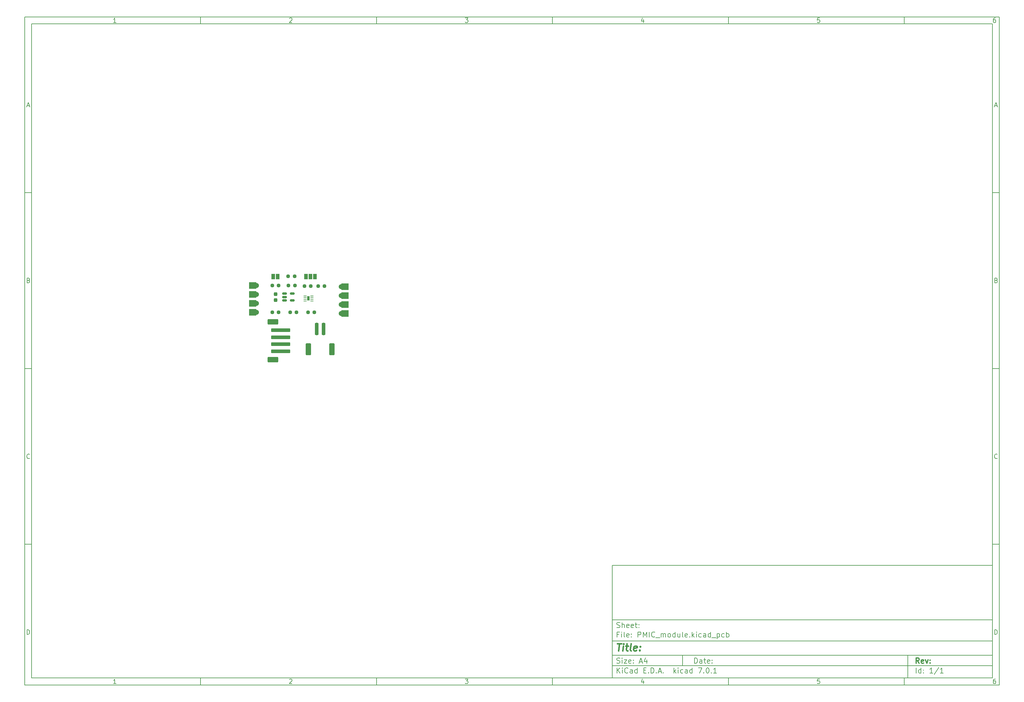
<source format=gbr>
%TF.GenerationSoftware,KiCad,Pcbnew,7.0.1*%
%TF.CreationDate,2023-09-22T10:39:05-04:00*%
%TF.ProjectId,PMIC_module,504d4943-5f6d-46f6-9475-6c652e6b6963,rev?*%
%TF.SameCoordinates,Original*%
%TF.FileFunction,Soldermask,Top*%
%TF.FilePolarity,Negative*%
%FSLAX46Y46*%
G04 Gerber Fmt 4.6, Leading zero omitted, Abs format (unit mm)*
G04 Created by KiCad (PCBNEW 7.0.1) date 2023-09-22 10:39:05*
%MOMM*%
%LPD*%
G01*
G04 APERTURE LIST*
G04 Aperture macros list*
%AMRoundRect*
0 Rectangle with rounded corners*
0 $1 Rounding radius*
0 $2 $3 $4 $5 $6 $7 $8 $9 X,Y pos of 4 corners*
0 Add a 4 corners polygon primitive as box body*
4,1,4,$2,$3,$4,$5,$6,$7,$8,$9,$2,$3,0*
0 Add four circle primitives for the rounded corners*
1,1,$1+$1,$2,$3*
1,1,$1+$1,$4,$5*
1,1,$1+$1,$6,$7*
1,1,$1+$1,$8,$9*
0 Add four rect primitives between the rounded corners*
20,1,$1+$1,$2,$3,$4,$5,0*
20,1,$1+$1,$4,$5,$6,$7,0*
20,1,$1+$1,$6,$7,$8,$9,0*
20,1,$1+$1,$8,$9,$2,$3,0*%
G04 Aperture macros list end*
%ADD10C,0.100000*%
%ADD11C,0.150000*%
%ADD12C,0.300000*%
%ADD13C,0.400000*%
%ADD14R,1.000000X1.500000*%
%ADD15RoundRect,0.237500X-0.250000X-0.237500X0.250000X-0.237500X0.250000X0.237500X-0.250000X0.237500X0*%
%ADD16RoundRect,0.250000X-0.250000X-1.500000X0.250000X-1.500000X0.250000X1.500000X-0.250000X1.500000X0*%
%ADD17RoundRect,0.250001X-0.499999X-1.449999X0.499999X-1.449999X0.499999X1.449999X-0.499999X1.449999X0*%
%ADD18RoundRect,0.237500X0.250000X0.237500X-0.250000X0.237500X-0.250000X-0.237500X0.250000X-0.237500X0*%
%ADD19RoundRect,0.250000X2.500000X-0.250000X2.500000X0.250000X-2.500000X0.250000X-2.500000X-0.250000X0*%
%ADD20RoundRect,0.250000X1.250000X-0.550000X1.250000X0.550000X-1.250000X0.550000X-1.250000X-0.550000X0*%
%ADD21C,1.524000*%
%ADD22RoundRect,0.040000X-1.000000X-0.850000X1.000000X-0.850000X1.000000X0.850000X-1.000000X0.850000X0*%
%ADD23RoundRect,0.062500X-0.325000X-0.062500X0.325000X-0.062500X0.325000X0.062500X-0.325000X0.062500X0*%
%ADD24R,0.800000X1.200000*%
%ADD25RoundRect,0.237500X-0.237500X0.287500X-0.237500X-0.287500X0.237500X-0.287500X0.237500X0.287500X0*%
%ADD26RoundRect,0.040000X1.000000X0.850000X-1.000000X0.850000X-1.000000X-0.850000X1.000000X-0.850000X0*%
%ADD27RoundRect,0.150000X-0.512500X-0.150000X0.512500X-0.150000X0.512500X0.150000X-0.512500X0.150000X0*%
G04 APERTURE END LIST*
D10*
D11*
X177002200Y-166007200D02*
X285002200Y-166007200D01*
X285002200Y-198007200D01*
X177002200Y-198007200D01*
X177002200Y-166007200D01*
D10*
D11*
X10000000Y-10000000D02*
X287002200Y-10000000D01*
X287002200Y-200007200D01*
X10000000Y-200007200D01*
X10000000Y-10000000D01*
D10*
D11*
X12000000Y-12000000D02*
X285002200Y-12000000D01*
X285002200Y-198007200D01*
X12000000Y-198007200D01*
X12000000Y-12000000D01*
D10*
D11*
X60000000Y-12000000D02*
X60000000Y-10000000D01*
D10*
D11*
X110000000Y-12000000D02*
X110000000Y-10000000D01*
D10*
D11*
X160000000Y-12000000D02*
X160000000Y-10000000D01*
D10*
D11*
X210000000Y-12000000D02*
X210000000Y-10000000D01*
D10*
D11*
X260000000Y-12000000D02*
X260000000Y-10000000D01*
D10*
D11*
X35990476Y-11601404D02*
X35247619Y-11601404D01*
X35619047Y-11601404D02*
X35619047Y-10301404D01*
X35619047Y-10301404D02*
X35495238Y-10487119D01*
X35495238Y-10487119D02*
X35371428Y-10610928D01*
X35371428Y-10610928D02*
X35247619Y-10672833D01*
D10*
D11*
X85247619Y-10425214D02*
X85309523Y-10363309D01*
X85309523Y-10363309D02*
X85433333Y-10301404D01*
X85433333Y-10301404D02*
X85742857Y-10301404D01*
X85742857Y-10301404D02*
X85866666Y-10363309D01*
X85866666Y-10363309D02*
X85928571Y-10425214D01*
X85928571Y-10425214D02*
X85990476Y-10549023D01*
X85990476Y-10549023D02*
X85990476Y-10672833D01*
X85990476Y-10672833D02*
X85928571Y-10858547D01*
X85928571Y-10858547D02*
X85185714Y-11601404D01*
X85185714Y-11601404D02*
X85990476Y-11601404D01*
D10*
D11*
X135185714Y-10301404D02*
X135990476Y-10301404D01*
X135990476Y-10301404D02*
X135557142Y-10796642D01*
X135557142Y-10796642D02*
X135742857Y-10796642D01*
X135742857Y-10796642D02*
X135866666Y-10858547D01*
X135866666Y-10858547D02*
X135928571Y-10920452D01*
X135928571Y-10920452D02*
X135990476Y-11044261D01*
X135990476Y-11044261D02*
X135990476Y-11353785D01*
X135990476Y-11353785D02*
X135928571Y-11477595D01*
X135928571Y-11477595D02*
X135866666Y-11539500D01*
X135866666Y-11539500D02*
X135742857Y-11601404D01*
X135742857Y-11601404D02*
X135371428Y-11601404D01*
X135371428Y-11601404D02*
X135247619Y-11539500D01*
X135247619Y-11539500D02*
X135185714Y-11477595D01*
D10*
D11*
X185866666Y-10734738D02*
X185866666Y-11601404D01*
X185557142Y-10239500D02*
X185247619Y-11168071D01*
X185247619Y-11168071D02*
X186052380Y-11168071D01*
D10*
D11*
X235928571Y-10301404D02*
X235309523Y-10301404D01*
X235309523Y-10301404D02*
X235247619Y-10920452D01*
X235247619Y-10920452D02*
X235309523Y-10858547D01*
X235309523Y-10858547D02*
X235433333Y-10796642D01*
X235433333Y-10796642D02*
X235742857Y-10796642D01*
X235742857Y-10796642D02*
X235866666Y-10858547D01*
X235866666Y-10858547D02*
X235928571Y-10920452D01*
X235928571Y-10920452D02*
X235990476Y-11044261D01*
X235990476Y-11044261D02*
X235990476Y-11353785D01*
X235990476Y-11353785D02*
X235928571Y-11477595D01*
X235928571Y-11477595D02*
X235866666Y-11539500D01*
X235866666Y-11539500D02*
X235742857Y-11601404D01*
X235742857Y-11601404D02*
X235433333Y-11601404D01*
X235433333Y-11601404D02*
X235309523Y-11539500D01*
X235309523Y-11539500D02*
X235247619Y-11477595D01*
D10*
D11*
X285866666Y-10301404D02*
X285619047Y-10301404D01*
X285619047Y-10301404D02*
X285495238Y-10363309D01*
X285495238Y-10363309D02*
X285433333Y-10425214D01*
X285433333Y-10425214D02*
X285309523Y-10610928D01*
X285309523Y-10610928D02*
X285247619Y-10858547D01*
X285247619Y-10858547D02*
X285247619Y-11353785D01*
X285247619Y-11353785D02*
X285309523Y-11477595D01*
X285309523Y-11477595D02*
X285371428Y-11539500D01*
X285371428Y-11539500D02*
X285495238Y-11601404D01*
X285495238Y-11601404D02*
X285742857Y-11601404D01*
X285742857Y-11601404D02*
X285866666Y-11539500D01*
X285866666Y-11539500D02*
X285928571Y-11477595D01*
X285928571Y-11477595D02*
X285990476Y-11353785D01*
X285990476Y-11353785D02*
X285990476Y-11044261D01*
X285990476Y-11044261D02*
X285928571Y-10920452D01*
X285928571Y-10920452D02*
X285866666Y-10858547D01*
X285866666Y-10858547D02*
X285742857Y-10796642D01*
X285742857Y-10796642D02*
X285495238Y-10796642D01*
X285495238Y-10796642D02*
X285371428Y-10858547D01*
X285371428Y-10858547D02*
X285309523Y-10920452D01*
X285309523Y-10920452D02*
X285247619Y-11044261D01*
D10*
D11*
X60000000Y-198007200D02*
X60000000Y-200007200D01*
D10*
D11*
X110000000Y-198007200D02*
X110000000Y-200007200D01*
D10*
D11*
X160000000Y-198007200D02*
X160000000Y-200007200D01*
D10*
D11*
X210000000Y-198007200D02*
X210000000Y-200007200D01*
D10*
D11*
X260000000Y-198007200D02*
X260000000Y-200007200D01*
D10*
D11*
X35990476Y-199608604D02*
X35247619Y-199608604D01*
X35619047Y-199608604D02*
X35619047Y-198308604D01*
X35619047Y-198308604D02*
X35495238Y-198494319D01*
X35495238Y-198494319D02*
X35371428Y-198618128D01*
X35371428Y-198618128D02*
X35247619Y-198680033D01*
D10*
D11*
X85247619Y-198432414D02*
X85309523Y-198370509D01*
X85309523Y-198370509D02*
X85433333Y-198308604D01*
X85433333Y-198308604D02*
X85742857Y-198308604D01*
X85742857Y-198308604D02*
X85866666Y-198370509D01*
X85866666Y-198370509D02*
X85928571Y-198432414D01*
X85928571Y-198432414D02*
X85990476Y-198556223D01*
X85990476Y-198556223D02*
X85990476Y-198680033D01*
X85990476Y-198680033D02*
X85928571Y-198865747D01*
X85928571Y-198865747D02*
X85185714Y-199608604D01*
X85185714Y-199608604D02*
X85990476Y-199608604D01*
D10*
D11*
X135185714Y-198308604D02*
X135990476Y-198308604D01*
X135990476Y-198308604D02*
X135557142Y-198803842D01*
X135557142Y-198803842D02*
X135742857Y-198803842D01*
X135742857Y-198803842D02*
X135866666Y-198865747D01*
X135866666Y-198865747D02*
X135928571Y-198927652D01*
X135928571Y-198927652D02*
X135990476Y-199051461D01*
X135990476Y-199051461D02*
X135990476Y-199360985D01*
X135990476Y-199360985D02*
X135928571Y-199484795D01*
X135928571Y-199484795D02*
X135866666Y-199546700D01*
X135866666Y-199546700D02*
X135742857Y-199608604D01*
X135742857Y-199608604D02*
X135371428Y-199608604D01*
X135371428Y-199608604D02*
X135247619Y-199546700D01*
X135247619Y-199546700D02*
X135185714Y-199484795D01*
D10*
D11*
X185866666Y-198741938D02*
X185866666Y-199608604D01*
X185557142Y-198246700D02*
X185247619Y-199175271D01*
X185247619Y-199175271D02*
X186052380Y-199175271D01*
D10*
D11*
X235928571Y-198308604D02*
X235309523Y-198308604D01*
X235309523Y-198308604D02*
X235247619Y-198927652D01*
X235247619Y-198927652D02*
X235309523Y-198865747D01*
X235309523Y-198865747D02*
X235433333Y-198803842D01*
X235433333Y-198803842D02*
X235742857Y-198803842D01*
X235742857Y-198803842D02*
X235866666Y-198865747D01*
X235866666Y-198865747D02*
X235928571Y-198927652D01*
X235928571Y-198927652D02*
X235990476Y-199051461D01*
X235990476Y-199051461D02*
X235990476Y-199360985D01*
X235990476Y-199360985D02*
X235928571Y-199484795D01*
X235928571Y-199484795D02*
X235866666Y-199546700D01*
X235866666Y-199546700D02*
X235742857Y-199608604D01*
X235742857Y-199608604D02*
X235433333Y-199608604D01*
X235433333Y-199608604D02*
X235309523Y-199546700D01*
X235309523Y-199546700D02*
X235247619Y-199484795D01*
D10*
D11*
X285866666Y-198308604D02*
X285619047Y-198308604D01*
X285619047Y-198308604D02*
X285495238Y-198370509D01*
X285495238Y-198370509D02*
X285433333Y-198432414D01*
X285433333Y-198432414D02*
X285309523Y-198618128D01*
X285309523Y-198618128D02*
X285247619Y-198865747D01*
X285247619Y-198865747D02*
X285247619Y-199360985D01*
X285247619Y-199360985D02*
X285309523Y-199484795D01*
X285309523Y-199484795D02*
X285371428Y-199546700D01*
X285371428Y-199546700D02*
X285495238Y-199608604D01*
X285495238Y-199608604D02*
X285742857Y-199608604D01*
X285742857Y-199608604D02*
X285866666Y-199546700D01*
X285866666Y-199546700D02*
X285928571Y-199484795D01*
X285928571Y-199484795D02*
X285990476Y-199360985D01*
X285990476Y-199360985D02*
X285990476Y-199051461D01*
X285990476Y-199051461D02*
X285928571Y-198927652D01*
X285928571Y-198927652D02*
X285866666Y-198865747D01*
X285866666Y-198865747D02*
X285742857Y-198803842D01*
X285742857Y-198803842D02*
X285495238Y-198803842D01*
X285495238Y-198803842D02*
X285371428Y-198865747D01*
X285371428Y-198865747D02*
X285309523Y-198927652D01*
X285309523Y-198927652D02*
X285247619Y-199051461D01*
D10*
D11*
X10000000Y-60000000D02*
X12000000Y-60000000D01*
D10*
D11*
X10000000Y-110000000D02*
X12000000Y-110000000D01*
D10*
D11*
X10000000Y-160000000D02*
X12000000Y-160000000D01*
D10*
D11*
X10690476Y-35229976D02*
X11309523Y-35229976D01*
X10566666Y-35601404D02*
X10999999Y-34301404D01*
X10999999Y-34301404D02*
X11433333Y-35601404D01*
D10*
D11*
X11092857Y-84920452D02*
X11278571Y-84982357D01*
X11278571Y-84982357D02*
X11340476Y-85044261D01*
X11340476Y-85044261D02*
X11402380Y-85168071D01*
X11402380Y-85168071D02*
X11402380Y-85353785D01*
X11402380Y-85353785D02*
X11340476Y-85477595D01*
X11340476Y-85477595D02*
X11278571Y-85539500D01*
X11278571Y-85539500D02*
X11154761Y-85601404D01*
X11154761Y-85601404D02*
X10659523Y-85601404D01*
X10659523Y-85601404D02*
X10659523Y-84301404D01*
X10659523Y-84301404D02*
X11092857Y-84301404D01*
X11092857Y-84301404D02*
X11216666Y-84363309D01*
X11216666Y-84363309D02*
X11278571Y-84425214D01*
X11278571Y-84425214D02*
X11340476Y-84549023D01*
X11340476Y-84549023D02*
X11340476Y-84672833D01*
X11340476Y-84672833D02*
X11278571Y-84796642D01*
X11278571Y-84796642D02*
X11216666Y-84858547D01*
X11216666Y-84858547D02*
X11092857Y-84920452D01*
X11092857Y-84920452D02*
X10659523Y-84920452D01*
D10*
D11*
X11402380Y-135477595D02*
X11340476Y-135539500D01*
X11340476Y-135539500D02*
X11154761Y-135601404D01*
X11154761Y-135601404D02*
X11030952Y-135601404D01*
X11030952Y-135601404D02*
X10845238Y-135539500D01*
X10845238Y-135539500D02*
X10721428Y-135415690D01*
X10721428Y-135415690D02*
X10659523Y-135291880D01*
X10659523Y-135291880D02*
X10597619Y-135044261D01*
X10597619Y-135044261D02*
X10597619Y-134858547D01*
X10597619Y-134858547D02*
X10659523Y-134610928D01*
X10659523Y-134610928D02*
X10721428Y-134487119D01*
X10721428Y-134487119D02*
X10845238Y-134363309D01*
X10845238Y-134363309D02*
X11030952Y-134301404D01*
X11030952Y-134301404D02*
X11154761Y-134301404D01*
X11154761Y-134301404D02*
X11340476Y-134363309D01*
X11340476Y-134363309D02*
X11402380Y-134425214D01*
D10*
D11*
X10659523Y-185601404D02*
X10659523Y-184301404D01*
X10659523Y-184301404D02*
X10969047Y-184301404D01*
X10969047Y-184301404D02*
X11154761Y-184363309D01*
X11154761Y-184363309D02*
X11278571Y-184487119D01*
X11278571Y-184487119D02*
X11340476Y-184610928D01*
X11340476Y-184610928D02*
X11402380Y-184858547D01*
X11402380Y-184858547D02*
X11402380Y-185044261D01*
X11402380Y-185044261D02*
X11340476Y-185291880D01*
X11340476Y-185291880D02*
X11278571Y-185415690D01*
X11278571Y-185415690D02*
X11154761Y-185539500D01*
X11154761Y-185539500D02*
X10969047Y-185601404D01*
X10969047Y-185601404D02*
X10659523Y-185601404D01*
D10*
D11*
X287002200Y-60000000D02*
X285002200Y-60000000D01*
D10*
D11*
X287002200Y-110000000D02*
X285002200Y-110000000D01*
D10*
D11*
X287002200Y-160000000D02*
X285002200Y-160000000D01*
D10*
D11*
X285692676Y-35229976D02*
X286311723Y-35229976D01*
X285568866Y-35601404D02*
X286002199Y-34301404D01*
X286002199Y-34301404D02*
X286435533Y-35601404D01*
D10*
D11*
X286095057Y-84920452D02*
X286280771Y-84982357D01*
X286280771Y-84982357D02*
X286342676Y-85044261D01*
X286342676Y-85044261D02*
X286404580Y-85168071D01*
X286404580Y-85168071D02*
X286404580Y-85353785D01*
X286404580Y-85353785D02*
X286342676Y-85477595D01*
X286342676Y-85477595D02*
X286280771Y-85539500D01*
X286280771Y-85539500D02*
X286156961Y-85601404D01*
X286156961Y-85601404D02*
X285661723Y-85601404D01*
X285661723Y-85601404D02*
X285661723Y-84301404D01*
X285661723Y-84301404D02*
X286095057Y-84301404D01*
X286095057Y-84301404D02*
X286218866Y-84363309D01*
X286218866Y-84363309D02*
X286280771Y-84425214D01*
X286280771Y-84425214D02*
X286342676Y-84549023D01*
X286342676Y-84549023D02*
X286342676Y-84672833D01*
X286342676Y-84672833D02*
X286280771Y-84796642D01*
X286280771Y-84796642D02*
X286218866Y-84858547D01*
X286218866Y-84858547D02*
X286095057Y-84920452D01*
X286095057Y-84920452D02*
X285661723Y-84920452D01*
D10*
D11*
X286404580Y-135477595D02*
X286342676Y-135539500D01*
X286342676Y-135539500D02*
X286156961Y-135601404D01*
X286156961Y-135601404D02*
X286033152Y-135601404D01*
X286033152Y-135601404D02*
X285847438Y-135539500D01*
X285847438Y-135539500D02*
X285723628Y-135415690D01*
X285723628Y-135415690D02*
X285661723Y-135291880D01*
X285661723Y-135291880D02*
X285599819Y-135044261D01*
X285599819Y-135044261D02*
X285599819Y-134858547D01*
X285599819Y-134858547D02*
X285661723Y-134610928D01*
X285661723Y-134610928D02*
X285723628Y-134487119D01*
X285723628Y-134487119D02*
X285847438Y-134363309D01*
X285847438Y-134363309D02*
X286033152Y-134301404D01*
X286033152Y-134301404D02*
X286156961Y-134301404D01*
X286156961Y-134301404D02*
X286342676Y-134363309D01*
X286342676Y-134363309D02*
X286404580Y-134425214D01*
D10*
D11*
X285661723Y-185601404D02*
X285661723Y-184301404D01*
X285661723Y-184301404D02*
X285971247Y-184301404D01*
X285971247Y-184301404D02*
X286156961Y-184363309D01*
X286156961Y-184363309D02*
X286280771Y-184487119D01*
X286280771Y-184487119D02*
X286342676Y-184610928D01*
X286342676Y-184610928D02*
X286404580Y-184858547D01*
X286404580Y-184858547D02*
X286404580Y-185044261D01*
X286404580Y-185044261D02*
X286342676Y-185291880D01*
X286342676Y-185291880D02*
X286280771Y-185415690D01*
X286280771Y-185415690D02*
X286156961Y-185539500D01*
X286156961Y-185539500D02*
X285971247Y-185601404D01*
X285971247Y-185601404D02*
X285661723Y-185601404D01*
D10*
D11*
X200359342Y-193801128D02*
X200359342Y-192301128D01*
X200359342Y-192301128D02*
X200716485Y-192301128D01*
X200716485Y-192301128D02*
X200930771Y-192372557D01*
X200930771Y-192372557D02*
X201073628Y-192515414D01*
X201073628Y-192515414D02*
X201145057Y-192658271D01*
X201145057Y-192658271D02*
X201216485Y-192943985D01*
X201216485Y-192943985D02*
X201216485Y-193158271D01*
X201216485Y-193158271D02*
X201145057Y-193443985D01*
X201145057Y-193443985D02*
X201073628Y-193586842D01*
X201073628Y-193586842D02*
X200930771Y-193729700D01*
X200930771Y-193729700D02*
X200716485Y-193801128D01*
X200716485Y-193801128D02*
X200359342Y-193801128D01*
X202502200Y-193801128D02*
X202502200Y-193015414D01*
X202502200Y-193015414D02*
X202430771Y-192872557D01*
X202430771Y-192872557D02*
X202287914Y-192801128D01*
X202287914Y-192801128D02*
X202002200Y-192801128D01*
X202002200Y-192801128D02*
X201859342Y-192872557D01*
X202502200Y-193729700D02*
X202359342Y-193801128D01*
X202359342Y-193801128D02*
X202002200Y-193801128D01*
X202002200Y-193801128D02*
X201859342Y-193729700D01*
X201859342Y-193729700D02*
X201787914Y-193586842D01*
X201787914Y-193586842D02*
X201787914Y-193443985D01*
X201787914Y-193443985D02*
X201859342Y-193301128D01*
X201859342Y-193301128D02*
X202002200Y-193229700D01*
X202002200Y-193229700D02*
X202359342Y-193229700D01*
X202359342Y-193229700D02*
X202502200Y-193158271D01*
X203002200Y-192801128D02*
X203573628Y-192801128D01*
X203216485Y-192301128D02*
X203216485Y-193586842D01*
X203216485Y-193586842D02*
X203287914Y-193729700D01*
X203287914Y-193729700D02*
X203430771Y-193801128D01*
X203430771Y-193801128D02*
X203573628Y-193801128D01*
X204645057Y-193729700D02*
X204502200Y-193801128D01*
X204502200Y-193801128D02*
X204216486Y-193801128D01*
X204216486Y-193801128D02*
X204073628Y-193729700D01*
X204073628Y-193729700D02*
X204002200Y-193586842D01*
X204002200Y-193586842D02*
X204002200Y-193015414D01*
X204002200Y-193015414D02*
X204073628Y-192872557D01*
X204073628Y-192872557D02*
X204216486Y-192801128D01*
X204216486Y-192801128D02*
X204502200Y-192801128D01*
X204502200Y-192801128D02*
X204645057Y-192872557D01*
X204645057Y-192872557D02*
X204716486Y-193015414D01*
X204716486Y-193015414D02*
X204716486Y-193158271D01*
X204716486Y-193158271D02*
X204002200Y-193301128D01*
X205359342Y-193658271D02*
X205430771Y-193729700D01*
X205430771Y-193729700D02*
X205359342Y-193801128D01*
X205359342Y-193801128D02*
X205287914Y-193729700D01*
X205287914Y-193729700D02*
X205359342Y-193658271D01*
X205359342Y-193658271D02*
X205359342Y-193801128D01*
X205359342Y-192872557D02*
X205430771Y-192943985D01*
X205430771Y-192943985D02*
X205359342Y-193015414D01*
X205359342Y-193015414D02*
X205287914Y-192943985D01*
X205287914Y-192943985D02*
X205359342Y-192872557D01*
X205359342Y-192872557D02*
X205359342Y-193015414D01*
D10*
D11*
X177002200Y-194507200D02*
X285002200Y-194507200D01*
D10*
D11*
X178359342Y-196601128D02*
X178359342Y-195101128D01*
X179216485Y-196601128D02*
X178573628Y-195743985D01*
X179216485Y-195101128D02*
X178359342Y-195958271D01*
X179859342Y-196601128D02*
X179859342Y-195601128D01*
X179859342Y-195101128D02*
X179787914Y-195172557D01*
X179787914Y-195172557D02*
X179859342Y-195243985D01*
X179859342Y-195243985D02*
X179930771Y-195172557D01*
X179930771Y-195172557D02*
X179859342Y-195101128D01*
X179859342Y-195101128D02*
X179859342Y-195243985D01*
X181430771Y-196458271D02*
X181359343Y-196529700D01*
X181359343Y-196529700D02*
X181145057Y-196601128D01*
X181145057Y-196601128D02*
X181002200Y-196601128D01*
X181002200Y-196601128D02*
X180787914Y-196529700D01*
X180787914Y-196529700D02*
X180645057Y-196386842D01*
X180645057Y-196386842D02*
X180573628Y-196243985D01*
X180573628Y-196243985D02*
X180502200Y-195958271D01*
X180502200Y-195958271D02*
X180502200Y-195743985D01*
X180502200Y-195743985D02*
X180573628Y-195458271D01*
X180573628Y-195458271D02*
X180645057Y-195315414D01*
X180645057Y-195315414D02*
X180787914Y-195172557D01*
X180787914Y-195172557D02*
X181002200Y-195101128D01*
X181002200Y-195101128D02*
X181145057Y-195101128D01*
X181145057Y-195101128D02*
X181359343Y-195172557D01*
X181359343Y-195172557D02*
X181430771Y-195243985D01*
X182716486Y-196601128D02*
X182716486Y-195815414D01*
X182716486Y-195815414D02*
X182645057Y-195672557D01*
X182645057Y-195672557D02*
X182502200Y-195601128D01*
X182502200Y-195601128D02*
X182216486Y-195601128D01*
X182216486Y-195601128D02*
X182073628Y-195672557D01*
X182716486Y-196529700D02*
X182573628Y-196601128D01*
X182573628Y-196601128D02*
X182216486Y-196601128D01*
X182216486Y-196601128D02*
X182073628Y-196529700D01*
X182073628Y-196529700D02*
X182002200Y-196386842D01*
X182002200Y-196386842D02*
X182002200Y-196243985D01*
X182002200Y-196243985D02*
X182073628Y-196101128D01*
X182073628Y-196101128D02*
X182216486Y-196029700D01*
X182216486Y-196029700D02*
X182573628Y-196029700D01*
X182573628Y-196029700D02*
X182716486Y-195958271D01*
X184073629Y-196601128D02*
X184073629Y-195101128D01*
X184073629Y-196529700D02*
X183930771Y-196601128D01*
X183930771Y-196601128D02*
X183645057Y-196601128D01*
X183645057Y-196601128D02*
X183502200Y-196529700D01*
X183502200Y-196529700D02*
X183430771Y-196458271D01*
X183430771Y-196458271D02*
X183359343Y-196315414D01*
X183359343Y-196315414D02*
X183359343Y-195886842D01*
X183359343Y-195886842D02*
X183430771Y-195743985D01*
X183430771Y-195743985D02*
X183502200Y-195672557D01*
X183502200Y-195672557D02*
X183645057Y-195601128D01*
X183645057Y-195601128D02*
X183930771Y-195601128D01*
X183930771Y-195601128D02*
X184073629Y-195672557D01*
X185930771Y-195815414D02*
X186430771Y-195815414D01*
X186645057Y-196601128D02*
X185930771Y-196601128D01*
X185930771Y-196601128D02*
X185930771Y-195101128D01*
X185930771Y-195101128D02*
X186645057Y-195101128D01*
X187287914Y-196458271D02*
X187359343Y-196529700D01*
X187359343Y-196529700D02*
X187287914Y-196601128D01*
X187287914Y-196601128D02*
X187216486Y-196529700D01*
X187216486Y-196529700D02*
X187287914Y-196458271D01*
X187287914Y-196458271D02*
X187287914Y-196601128D01*
X188002200Y-196601128D02*
X188002200Y-195101128D01*
X188002200Y-195101128D02*
X188359343Y-195101128D01*
X188359343Y-195101128D02*
X188573629Y-195172557D01*
X188573629Y-195172557D02*
X188716486Y-195315414D01*
X188716486Y-195315414D02*
X188787915Y-195458271D01*
X188787915Y-195458271D02*
X188859343Y-195743985D01*
X188859343Y-195743985D02*
X188859343Y-195958271D01*
X188859343Y-195958271D02*
X188787915Y-196243985D01*
X188787915Y-196243985D02*
X188716486Y-196386842D01*
X188716486Y-196386842D02*
X188573629Y-196529700D01*
X188573629Y-196529700D02*
X188359343Y-196601128D01*
X188359343Y-196601128D02*
X188002200Y-196601128D01*
X189502200Y-196458271D02*
X189573629Y-196529700D01*
X189573629Y-196529700D02*
X189502200Y-196601128D01*
X189502200Y-196601128D02*
X189430772Y-196529700D01*
X189430772Y-196529700D02*
X189502200Y-196458271D01*
X189502200Y-196458271D02*
X189502200Y-196601128D01*
X190145058Y-196172557D02*
X190859344Y-196172557D01*
X190002201Y-196601128D02*
X190502201Y-195101128D01*
X190502201Y-195101128D02*
X191002201Y-196601128D01*
X191502200Y-196458271D02*
X191573629Y-196529700D01*
X191573629Y-196529700D02*
X191502200Y-196601128D01*
X191502200Y-196601128D02*
X191430772Y-196529700D01*
X191430772Y-196529700D02*
X191502200Y-196458271D01*
X191502200Y-196458271D02*
X191502200Y-196601128D01*
X194502200Y-196601128D02*
X194502200Y-195101128D01*
X194645058Y-196029700D02*
X195073629Y-196601128D01*
X195073629Y-195601128D02*
X194502200Y-196172557D01*
X195716486Y-196601128D02*
X195716486Y-195601128D01*
X195716486Y-195101128D02*
X195645058Y-195172557D01*
X195645058Y-195172557D02*
X195716486Y-195243985D01*
X195716486Y-195243985D02*
X195787915Y-195172557D01*
X195787915Y-195172557D02*
X195716486Y-195101128D01*
X195716486Y-195101128D02*
X195716486Y-195243985D01*
X197073630Y-196529700D02*
X196930772Y-196601128D01*
X196930772Y-196601128D02*
X196645058Y-196601128D01*
X196645058Y-196601128D02*
X196502201Y-196529700D01*
X196502201Y-196529700D02*
X196430772Y-196458271D01*
X196430772Y-196458271D02*
X196359344Y-196315414D01*
X196359344Y-196315414D02*
X196359344Y-195886842D01*
X196359344Y-195886842D02*
X196430772Y-195743985D01*
X196430772Y-195743985D02*
X196502201Y-195672557D01*
X196502201Y-195672557D02*
X196645058Y-195601128D01*
X196645058Y-195601128D02*
X196930772Y-195601128D01*
X196930772Y-195601128D02*
X197073630Y-195672557D01*
X198359344Y-196601128D02*
X198359344Y-195815414D01*
X198359344Y-195815414D02*
X198287915Y-195672557D01*
X198287915Y-195672557D02*
X198145058Y-195601128D01*
X198145058Y-195601128D02*
X197859344Y-195601128D01*
X197859344Y-195601128D02*
X197716486Y-195672557D01*
X198359344Y-196529700D02*
X198216486Y-196601128D01*
X198216486Y-196601128D02*
X197859344Y-196601128D01*
X197859344Y-196601128D02*
X197716486Y-196529700D01*
X197716486Y-196529700D02*
X197645058Y-196386842D01*
X197645058Y-196386842D02*
X197645058Y-196243985D01*
X197645058Y-196243985D02*
X197716486Y-196101128D01*
X197716486Y-196101128D02*
X197859344Y-196029700D01*
X197859344Y-196029700D02*
X198216486Y-196029700D01*
X198216486Y-196029700D02*
X198359344Y-195958271D01*
X199716487Y-196601128D02*
X199716487Y-195101128D01*
X199716487Y-196529700D02*
X199573629Y-196601128D01*
X199573629Y-196601128D02*
X199287915Y-196601128D01*
X199287915Y-196601128D02*
X199145058Y-196529700D01*
X199145058Y-196529700D02*
X199073629Y-196458271D01*
X199073629Y-196458271D02*
X199002201Y-196315414D01*
X199002201Y-196315414D02*
X199002201Y-195886842D01*
X199002201Y-195886842D02*
X199073629Y-195743985D01*
X199073629Y-195743985D02*
X199145058Y-195672557D01*
X199145058Y-195672557D02*
X199287915Y-195601128D01*
X199287915Y-195601128D02*
X199573629Y-195601128D01*
X199573629Y-195601128D02*
X199716487Y-195672557D01*
X201430772Y-195101128D02*
X202430772Y-195101128D01*
X202430772Y-195101128D02*
X201787915Y-196601128D01*
X203002200Y-196458271D02*
X203073629Y-196529700D01*
X203073629Y-196529700D02*
X203002200Y-196601128D01*
X203002200Y-196601128D02*
X202930772Y-196529700D01*
X202930772Y-196529700D02*
X203002200Y-196458271D01*
X203002200Y-196458271D02*
X203002200Y-196601128D01*
X204002201Y-195101128D02*
X204145058Y-195101128D01*
X204145058Y-195101128D02*
X204287915Y-195172557D01*
X204287915Y-195172557D02*
X204359344Y-195243985D01*
X204359344Y-195243985D02*
X204430772Y-195386842D01*
X204430772Y-195386842D02*
X204502201Y-195672557D01*
X204502201Y-195672557D02*
X204502201Y-196029700D01*
X204502201Y-196029700D02*
X204430772Y-196315414D01*
X204430772Y-196315414D02*
X204359344Y-196458271D01*
X204359344Y-196458271D02*
X204287915Y-196529700D01*
X204287915Y-196529700D02*
X204145058Y-196601128D01*
X204145058Y-196601128D02*
X204002201Y-196601128D01*
X204002201Y-196601128D02*
X203859344Y-196529700D01*
X203859344Y-196529700D02*
X203787915Y-196458271D01*
X203787915Y-196458271D02*
X203716486Y-196315414D01*
X203716486Y-196315414D02*
X203645058Y-196029700D01*
X203645058Y-196029700D02*
X203645058Y-195672557D01*
X203645058Y-195672557D02*
X203716486Y-195386842D01*
X203716486Y-195386842D02*
X203787915Y-195243985D01*
X203787915Y-195243985D02*
X203859344Y-195172557D01*
X203859344Y-195172557D02*
X204002201Y-195101128D01*
X205145057Y-196458271D02*
X205216486Y-196529700D01*
X205216486Y-196529700D02*
X205145057Y-196601128D01*
X205145057Y-196601128D02*
X205073629Y-196529700D01*
X205073629Y-196529700D02*
X205145057Y-196458271D01*
X205145057Y-196458271D02*
X205145057Y-196601128D01*
X206645058Y-196601128D02*
X205787915Y-196601128D01*
X206216486Y-196601128D02*
X206216486Y-195101128D01*
X206216486Y-195101128D02*
X206073629Y-195315414D01*
X206073629Y-195315414D02*
X205930772Y-195458271D01*
X205930772Y-195458271D02*
X205787915Y-195529700D01*
D10*
D11*
X177002200Y-191507200D02*
X285002200Y-191507200D01*
D10*
D12*
X264216485Y-193801128D02*
X263716485Y-193086842D01*
X263359342Y-193801128D02*
X263359342Y-192301128D01*
X263359342Y-192301128D02*
X263930771Y-192301128D01*
X263930771Y-192301128D02*
X264073628Y-192372557D01*
X264073628Y-192372557D02*
X264145057Y-192443985D01*
X264145057Y-192443985D02*
X264216485Y-192586842D01*
X264216485Y-192586842D02*
X264216485Y-192801128D01*
X264216485Y-192801128D02*
X264145057Y-192943985D01*
X264145057Y-192943985D02*
X264073628Y-193015414D01*
X264073628Y-193015414D02*
X263930771Y-193086842D01*
X263930771Y-193086842D02*
X263359342Y-193086842D01*
X265430771Y-193729700D02*
X265287914Y-193801128D01*
X265287914Y-193801128D02*
X265002200Y-193801128D01*
X265002200Y-193801128D02*
X264859342Y-193729700D01*
X264859342Y-193729700D02*
X264787914Y-193586842D01*
X264787914Y-193586842D02*
X264787914Y-193015414D01*
X264787914Y-193015414D02*
X264859342Y-192872557D01*
X264859342Y-192872557D02*
X265002200Y-192801128D01*
X265002200Y-192801128D02*
X265287914Y-192801128D01*
X265287914Y-192801128D02*
X265430771Y-192872557D01*
X265430771Y-192872557D02*
X265502200Y-193015414D01*
X265502200Y-193015414D02*
X265502200Y-193158271D01*
X265502200Y-193158271D02*
X264787914Y-193301128D01*
X266002199Y-192801128D02*
X266359342Y-193801128D01*
X266359342Y-193801128D02*
X266716485Y-192801128D01*
X267287913Y-193658271D02*
X267359342Y-193729700D01*
X267359342Y-193729700D02*
X267287913Y-193801128D01*
X267287913Y-193801128D02*
X267216485Y-193729700D01*
X267216485Y-193729700D02*
X267287913Y-193658271D01*
X267287913Y-193658271D02*
X267287913Y-193801128D01*
X267287913Y-192872557D02*
X267359342Y-192943985D01*
X267359342Y-192943985D02*
X267287913Y-193015414D01*
X267287913Y-193015414D02*
X267216485Y-192943985D01*
X267216485Y-192943985D02*
X267287913Y-192872557D01*
X267287913Y-192872557D02*
X267287913Y-193015414D01*
D10*
D11*
X178287914Y-193729700D02*
X178502200Y-193801128D01*
X178502200Y-193801128D02*
X178859342Y-193801128D01*
X178859342Y-193801128D02*
X179002200Y-193729700D01*
X179002200Y-193729700D02*
X179073628Y-193658271D01*
X179073628Y-193658271D02*
X179145057Y-193515414D01*
X179145057Y-193515414D02*
X179145057Y-193372557D01*
X179145057Y-193372557D02*
X179073628Y-193229700D01*
X179073628Y-193229700D02*
X179002200Y-193158271D01*
X179002200Y-193158271D02*
X178859342Y-193086842D01*
X178859342Y-193086842D02*
X178573628Y-193015414D01*
X178573628Y-193015414D02*
X178430771Y-192943985D01*
X178430771Y-192943985D02*
X178359342Y-192872557D01*
X178359342Y-192872557D02*
X178287914Y-192729700D01*
X178287914Y-192729700D02*
X178287914Y-192586842D01*
X178287914Y-192586842D02*
X178359342Y-192443985D01*
X178359342Y-192443985D02*
X178430771Y-192372557D01*
X178430771Y-192372557D02*
X178573628Y-192301128D01*
X178573628Y-192301128D02*
X178930771Y-192301128D01*
X178930771Y-192301128D02*
X179145057Y-192372557D01*
X179787913Y-193801128D02*
X179787913Y-192801128D01*
X179787913Y-192301128D02*
X179716485Y-192372557D01*
X179716485Y-192372557D02*
X179787913Y-192443985D01*
X179787913Y-192443985D02*
X179859342Y-192372557D01*
X179859342Y-192372557D02*
X179787913Y-192301128D01*
X179787913Y-192301128D02*
X179787913Y-192443985D01*
X180359342Y-192801128D02*
X181145057Y-192801128D01*
X181145057Y-192801128D02*
X180359342Y-193801128D01*
X180359342Y-193801128D02*
X181145057Y-193801128D01*
X182287914Y-193729700D02*
X182145057Y-193801128D01*
X182145057Y-193801128D02*
X181859343Y-193801128D01*
X181859343Y-193801128D02*
X181716485Y-193729700D01*
X181716485Y-193729700D02*
X181645057Y-193586842D01*
X181645057Y-193586842D02*
X181645057Y-193015414D01*
X181645057Y-193015414D02*
X181716485Y-192872557D01*
X181716485Y-192872557D02*
X181859343Y-192801128D01*
X181859343Y-192801128D02*
X182145057Y-192801128D01*
X182145057Y-192801128D02*
X182287914Y-192872557D01*
X182287914Y-192872557D02*
X182359343Y-193015414D01*
X182359343Y-193015414D02*
X182359343Y-193158271D01*
X182359343Y-193158271D02*
X181645057Y-193301128D01*
X183002199Y-193658271D02*
X183073628Y-193729700D01*
X183073628Y-193729700D02*
X183002199Y-193801128D01*
X183002199Y-193801128D02*
X182930771Y-193729700D01*
X182930771Y-193729700D02*
X183002199Y-193658271D01*
X183002199Y-193658271D02*
X183002199Y-193801128D01*
X183002199Y-192872557D02*
X183073628Y-192943985D01*
X183073628Y-192943985D02*
X183002199Y-193015414D01*
X183002199Y-193015414D02*
X182930771Y-192943985D01*
X182930771Y-192943985D02*
X183002199Y-192872557D01*
X183002199Y-192872557D02*
X183002199Y-193015414D01*
X184787914Y-193372557D02*
X185502200Y-193372557D01*
X184645057Y-193801128D02*
X185145057Y-192301128D01*
X185145057Y-192301128D02*
X185645057Y-193801128D01*
X186787914Y-192801128D02*
X186787914Y-193801128D01*
X186430771Y-192229700D02*
X186073628Y-193301128D01*
X186073628Y-193301128D02*
X187002199Y-193301128D01*
D10*
D11*
X263359342Y-196601128D02*
X263359342Y-195101128D01*
X264716486Y-196601128D02*
X264716486Y-195101128D01*
X264716486Y-196529700D02*
X264573628Y-196601128D01*
X264573628Y-196601128D02*
X264287914Y-196601128D01*
X264287914Y-196601128D02*
X264145057Y-196529700D01*
X264145057Y-196529700D02*
X264073628Y-196458271D01*
X264073628Y-196458271D02*
X264002200Y-196315414D01*
X264002200Y-196315414D02*
X264002200Y-195886842D01*
X264002200Y-195886842D02*
X264073628Y-195743985D01*
X264073628Y-195743985D02*
X264145057Y-195672557D01*
X264145057Y-195672557D02*
X264287914Y-195601128D01*
X264287914Y-195601128D02*
X264573628Y-195601128D01*
X264573628Y-195601128D02*
X264716486Y-195672557D01*
X265430771Y-196458271D02*
X265502200Y-196529700D01*
X265502200Y-196529700D02*
X265430771Y-196601128D01*
X265430771Y-196601128D02*
X265359343Y-196529700D01*
X265359343Y-196529700D02*
X265430771Y-196458271D01*
X265430771Y-196458271D02*
X265430771Y-196601128D01*
X265430771Y-195672557D02*
X265502200Y-195743985D01*
X265502200Y-195743985D02*
X265430771Y-195815414D01*
X265430771Y-195815414D02*
X265359343Y-195743985D01*
X265359343Y-195743985D02*
X265430771Y-195672557D01*
X265430771Y-195672557D02*
X265430771Y-195815414D01*
X268073629Y-196601128D02*
X267216486Y-196601128D01*
X267645057Y-196601128D02*
X267645057Y-195101128D01*
X267645057Y-195101128D02*
X267502200Y-195315414D01*
X267502200Y-195315414D02*
X267359343Y-195458271D01*
X267359343Y-195458271D02*
X267216486Y-195529700D01*
X269787914Y-195029700D02*
X268502200Y-196958271D01*
X271073629Y-196601128D02*
X270216486Y-196601128D01*
X270645057Y-196601128D02*
X270645057Y-195101128D01*
X270645057Y-195101128D02*
X270502200Y-195315414D01*
X270502200Y-195315414D02*
X270359343Y-195458271D01*
X270359343Y-195458271D02*
X270216486Y-195529700D01*
D10*
D11*
X177002200Y-187507200D02*
X285002200Y-187507200D01*
D10*
D13*
X178430771Y-188232438D02*
X179573628Y-188232438D01*
X178752200Y-190232438D02*
X179002200Y-188232438D01*
X179978390Y-190232438D02*
X180145057Y-188899104D01*
X180228390Y-188232438D02*
X180121247Y-188327676D01*
X180121247Y-188327676D02*
X180204581Y-188422914D01*
X180204581Y-188422914D02*
X180311724Y-188327676D01*
X180311724Y-188327676D02*
X180228390Y-188232438D01*
X180228390Y-188232438D02*
X180204581Y-188422914D01*
X180799819Y-188899104D02*
X181561723Y-188899104D01*
X181168866Y-188232438D02*
X180954581Y-189946723D01*
X180954581Y-189946723D02*
X181026009Y-190137200D01*
X181026009Y-190137200D02*
X181204581Y-190232438D01*
X181204581Y-190232438D02*
X181395057Y-190232438D01*
X182335533Y-190232438D02*
X182156961Y-190137200D01*
X182156961Y-190137200D02*
X182085533Y-189946723D01*
X182085533Y-189946723D02*
X182299818Y-188232438D01*
X183859342Y-190137200D02*
X183656961Y-190232438D01*
X183656961Y-190232438D02*
X183276008Y-190232438D01*
X183276008Y-190232438D02*
X183097437Y-190137200D01*
X183097437Y-190137200D02*
X183026008Y-189946723D01*
X183026008Y-189946723D02*
X183121247Y-189184819D01*
X183121247Y-189184819D02*
X183240294Y-188994342D01*
X183240294Y-188994342D02*
X183442675Y-188899104D01*
X183442675Y-188899104D02*
X183823627Y-188899104D01*
X183823627Y-188899104D02*
X184002199Y-188994342D01*
X184002199Y-188994342D02*
X184073627Y-189184819D01*
X184073627Y-189184819D02*
X184049818Y-189375295D01*
X184049818Y-189375295D02*
X183073627Y-189565771D01*
X184811723Y-190041961D02*
X184895056Y-190137200D01*
X184895056Y-190137200D02*
X184787913Y-190232438D01*
X184787913Y-190232438D02*
X184704580Y-190137200D01*
X184704580Y-190137200D02*
X184811723Y-190041961D01*
X184811723Y-190041961D02*
X184787913Y-190232438D01*
X184942675Y-188994342D02*
X185026008Y-189089580D01*
X185026008Y-189089580D02*
X184918866Y-189184819D01*
X184918866Y-189184819D02*
X184835532Y-189089580D01*
X184835532Y-189089580D02*
X184942675Y-188994342D01*
X184942675Y-188994342D02*
X184918866Y-189184819D01*
D10*
D11*
X178859342Y-185615414D02*
X178359342Y-185615414D01*
X178359342Y-186401128D02*
X178359342Y-184901128D01*
X178359342Y-184901128D02*
X179073628Y-184901128D01*
X179645056Y-186401128D02*
X179645056Y-185401128D01*
X179645056Y-184901128D02*
X179573628Y-184972557D01*
X179573628Y-184972557D02*
X179645056Y-185043985D01*
X179645056Y-185043985D02*
X179716485Y-184972557D01*
X179716485Y-184972557D02*
X179645056Y-184901128D01*
X179645056Y-184901128D02*
X179645056Y-185043985D01*
X180573628Y-186401128D02*
X180430771Y-186329700D01*
X180430771Y-186329700D02*
X180359342Y-186186842D01*
X180359342Y-186186842D02*
X180359342Y-184901128D01*
X181716485Y-186329700D02*
X181573628Y-186401128D01*
X181573628Y-186401128D02*
X181287914Y-186401128D01*
X181287914Y-186401128D02*
X181145056Y-186329700D01*
X181145056Y-186329700D02*
X181073628Y-186186842D01*
X181073628Y-186186842D02*
X181073628Y-185615414D01*
X181073628Y-185615414D02*
X181145056Y-185472557D01*
X181145056Y-185472557D02*
X181287914Y-185401128D01*
X181287914Y-185401128D02*
X181573628Y-185401128D01*
X181573628Y-185401128D02*
X181716485Y-185472557D01*
X181716485Y-185472557D02*
X181787914Y-185615414D01*
X181787914Y-185615414D02*
X181787914Y-185758271D01*
X181787914Y-185758271D02*
X181073628Y-185901128D01*
X182430770Y-186258271D02*
X182502199Y-186329700D01*
X182502199Y-186329700D02*
X182430770Y-186401128D01*
X182430770Y-186401128D02*
X182359342Y-186329700D01*
X182359342Y-186329700D02*
X182430770Y-186258271D01*
X182430770Y-186258271D02*
X182430770Y-186401128D01*
X182430770Y-185472557D02*
X182502199Y-185543985D01*
X182502199Y-185543985D02*
X182430770Y-185615414D01*
X182430770Y-185615414D02*
X182359342Y-185543985D01*
X182359342Y-185543985D02*
X182430770Y-185472557D01*
X182430770Y-185472557D02*
X182430770Y-185615414D01*
X184287913Y-186401128D02*
X184287913Y-184901128D01*
X184287913Y-184901128D02*
X184859342Y-184901128D01*
X184859342Y-184901128D02*
X185002199Y-184972557D01*
X185002199Y-184972557D02*
X185073628Y-185043985D01*
X185073628Y-185043985D02*
X185145056Y-185186842D01*
X185145056Y-185186842D02*
X185145056Y-185401128D01*
X185145056Y-185401128D02*
X185073628Y-185543985D01*
X185073628Y-185543985D02*
X185002199Y-185615414D01*
X185002199Y-185615414D02*
X184859342Y-185686842D01*
X184859342Y-185686842D02*
X184287913Y-185686842D01*
X185787913Y-186401128D02*
X185787913Y-184901128D01*
X185787913Y-184901128D02*
X186287913Y-185972557D01*
X186287913Y-185972557D02*
X186787913Y-184901128D01*
X186787913Y-184901128D02*
X186787913Y-186401128D01*
X187502199Y-186401128D02*
X187502199Y-184901128D01*
X189073628Y-186258271D02*
X189002200Y-186329700D01*
X189002200Y-186329700D02*
X188787914Y-186401128D01*
X188787914Y-186401128D02*
X188645057Y-186401128D01*
X188645057Y-186401128D02*
X188430771Y-186329700D01*
X188430771Y-186329700D02*
X188287914Y-186186842D01*
X188287914Y-186186842D02*
X188216485Y-186043985D01*
X188216485Y-186043985D02*
X188145057Y-185758271D01*
X188145057Y-185758271D02*
X188145057Y-185543985D01*
X188145057Y-185543985D02*
X188216485Y-185258271D01*
X188216485Y-185258271D02*
X188287914Y-185115414D01*
X188287914Y-185115414D02*
X188430771Y-184972557D01*
X188430771Y-184972557D02*
X188645057Y-184901128D01*
X188645057Y-184901128D02*
X188787914Y-184901128D01*
X188787914Y-184901128D02*
X189002200Y-184972557D01*
X189002200Y-184972557D02*
X189073628Y-185043985D01*
X189359343Y-186543985D02*
X190502200Y-186543985D01*
X190859342Y-186401128D02*
X190859342Y-185401128D01*
X190859342Y-185543985D02*
X190930771Y-185472557D01*
X190930771Y-185472557D02*
X191073628Y-185401128D01*
X191073628Y-185401128D02*
X191287914Y-185401128D01*
X191287914Y-185401128D02*
X191430771Y-185472557D01*
X191430771Y-185472557D02*
X191502200Y-185615414D01*
X191502200Y-185615414D02*
X191502200Y-186401128D01*
X191502200Y-185615414D02*
X191573628Y-185472557D01*
X191573628Y-185472557D02*
X191716485Y-185401128D01*
X191716485Y-185401128D02*
X191930771Y-185401128D01*
X191930771Y-185401128D02*
X192073628Y-185472557D01*
X192073628Y-185472557D02*
X192145057Y-185615414D01*
X192145057Y-185615414D02*
X192145057Y-186401128D01*
X193073628Y-186401128D02*
X192930771Y-186329700D01*
X192930771Y-186329700D02*
X192859342Y-186258271D01*
X192859342Y-186258271D02*
X192787914Y-186115414D01*
X192787914Y-186115414D02*
X192787914Y-185686842D01*
X192787914Y-185686842D02*
X192859342Y-185543985D01*
X192859342Y-185543985D02*
X192930771Y-185472557D01*
X192930771Y-185472557D02*
X193073628Y-185401128D01*
X193073628Y-185401128D02*
X193287914Y-185401128D01*
X193287914Y-185401128D02*
X193430771Y-185472557D01*
X193430771Y-185472557D02*
X193502200Y-185543985D01*
X193502200Y-185543985D02*
X193573628Y-185686842D01*
X193573628Y-185686842D02*
X193573628Y-186115414D01*
X193573628Y-186115414D02*
X193502200Y-186258271D01*
X193502200Y-186258271D02*
X193430771Y-186329700D01*
X193430771Y-186329700D02*
X193287914Y-186401128D01*
X193287914Y-186401128D02*
X193073628Y-186401128D01*
X194859343Y-186401128D02*
X194859343Y-184901128D01*
X194859343Y-186329700D02*
X194716485Y-186401128D01*
X194716485Y-186401128D02*
X194430771Y-186401128D01*
X194430771Y-186401128D02*
X194287914Y-186329700D01*
X194287914Y-186329700D02*
X194216485Y-186258271D01*
X194216485Y-186258271D02*
X194145057Y-186115414D01*
X194145057Y-186115414D02*
X194145057Y-185686842D01*
X194145057Y-185686842D02*
X194216485Y-185543985D01*
X194216485Y-185543985D02*
X194287914Y-185472557D01*
X194287914Y-185472557D02*
X194430771Y-185401128D01*
X194430771Y-185401128D02*
X194716485Y-185401128D01*
X194716485Y-185401128D02*
X194859343Y-185472557D01*
X196216486Y-185401128D02*
X196216486Y-186401128D01*
X195573628Y-185401128D02*
X195573628Y-186186842D01*
X195573628Y-186186842D02*
X195645057Y-186329700D01*
X195645057Y-186329700D02*
X195787914Y-186401128D01*
X195787914Y-186401128D02*
X196002200Y-186401128D01*
X196002200Y-186401128D02*
X196145057Y-186329700D01*
X196145057Y-186329700D02*
X196216486Y-186258271D01*
X197145057Y-186401128D02*
X197002200Y-186329700D01*
X197002200Y-186329700D02*
X196930771Y-186186842D01*
X196930771Y-186186842D02*
X196930771Y-184901128D01*
X198287914Y-186329700D02*
X198145057Y-186401128D01*
X198145057Y-186401128D02*
X197859343Y-186401128D01*
X197859343Y-186401128D02*
X197716485Y-186329700D01*
X197716485Y-186329700D02*
X197645057Y-186186842D01*
X197645057Y-186186842D02*
X197645057Y-185615414D01*
X197645057Y-185615414D02*
X197716485Y-185472557D01*
X197716485Y-185472557D02*
X197859343Y-185401128D01*
X197859343Y-185401128D02*
X198145057Y-185401128D01*
X198145057Y-185401128D02*
X198287914Y-185472557D01*
X198287914Y-185472557D02*
X198359343Y-185615414D01*
X198359343Y-185615414D02*
X198359343Y-185758271D01*
X198359343Y-185758271D02*
X197645057Y-185901128D01*
X199002199Y-186258271D02*
X199073628Y-186329700D01*
X199073628Y-186329700D02*
X199002199Y-186401128D01*
X199002199Y-186401128D02*
X198930771Y-186329700D01*
X198930771Y-186329700D02*
X199002199Y-186258271D01*
X199002199Y-186258271D02*
X199002199Y-186401128D01*
X199716485Y-186401128D02*
X199716485Y-184901128D01*
X199859343Y-185829700D02*
X200287914Y-186401128D01*
X200287914Y-185401128D02*
X199716485Y-185972557D01*
X200930771Y-186401128D02*
X200930771Y-185401128D01*
X200930771Y-184901128D02*
X200859343Y-184972557D01*
X200859343Y-184972557D02*
X200930771Y-185043985D01*
X200930771Y-185043985D02*
X201002200Y-184972557D01*
X201002200Y-184972557D02*
X200930771Y-184901128D01*
X200930771Y-184901128D02*
X200930771Y-185043985D01*
X202287915Y-186329700D02*
X202145057Y-186401128D01*
X202145057Y-186401128D02*
X201859343Y-186401128D01*
X201859343Y-186401128D02*
X201716486Y-186329700D01*
X201716486Y-186329700D02*
X201645057Y-186258271D01*
X201645057Y-186258271D02*
X201573629Y-186115414D01*
X201573629Y-186115414D02*
X201573629Y-185686842D01*
X201573629Y-185686842D02*
X201645057Y-185543985D01*
X201645057Y-185543985D02*
X201716486Y-185472557D01*
X201716486Y-185472557D02*
X201859343Y-185401128D01*
X201859343Y-185401128D02*
X202145057Y-185401128D01*
X202145057Y-185401128D02*
X202287915Y-185472557D01*
X203573629Y-186401128D02*
X203573629Y-185615414D01*
X203573629Y-185615414D02*
X203502200Y-185472557D01*
X203502200Y-185472557D02*
X203359343Y-185401128D01*
X203359343Y-185401128D02*
X203073629Y-185401128D01*
X203073629Y-185401128D02*
X202930771Y-185472557D01*
X203573629Y-186329700D02*
X203430771Y-186401128D01*
X203430771Y-186401128D02*
X203073629Y-186401128D01*
X203073629Y-186401128D02*
X202930771Y-186329700D01*
X202930771Y-186329700D02*
X202859343Y-186186842D01*
X202859343Y-186186842D02*
X202859343Y-186043985D01*
X202859343Y-186043985D02*
X202930771Y-185901128D01*
X202930771Y-185901128D02*
X203073629Y-185829700D01*
X203073629Y-185829700D02*
X203430771Y-185829700D01*
X203430771Y-185829700D02*
X203573629Y-185758271D01*
X204930772Y-186401128D02*
X204930772Y-184901128D01*
X204930772Y-186329700D02*
X204787914Y-186401128D01*
X204787914Y-186401128D02*
X204502200Y-186401128D01*
X204502200Y-186401128D02*
X204359343Y-186329700D01*
X204359343Y-186329700D02*
X204287914Y-186258271D01*
X204287914Y-186258271D02*
X204216486Y-186115414D01*
X204216486Y-186115414D02*
X204216486Y-185686842D01*
X204216486Y-185686842D02*
X204287914Y-185543985D01*
X204287914Y-185543985D02*
X204359343Y-185472557D01*
X204359343Y-185472557D02*
X204502200Y-185401128D01*
X204502200Y-185401128D02*
X204787914Y-185401128D01*
X204787914Y-185401128D02*
X204930772Y-185472557D01*
X205287915Y-186543985D02*
X206430772Y-186543985D01*
X206787914Y-185401128D02*
X206787914Y-186901128D01*
X206787914Y-185472557D02*
X206930772Y-185401128D01*
X206930772Y-185401128D02*
X207216486Y-185401128D01*
X207216486Y-185401128D02*
X207359343Y-185472557D01*
X207359343Y-185472557D02*
X207430772Y-185543985D01*
X207430772Y-185543985D02*
X207502200Y-185686842D01*
X207502200Y-185686842D02*
X207502200Y-186115414D01*
X207502200Y-186115414D02*
X207430772Y-186258271D01*
X207430772Y-186258271D02*
X207359343Y-186329700D01*
X207359343Y-186329700D02*
X207216486Y-186401128D01*
X207216486Y-186401128D02*
X206930772Y-186401128D01*
X206930772Y-186401128D02*
X206787914Y-186329700D01*
X208787915Y-186329700D02*
X208645057Y-186401128D01*
X208645057Y-186401128D02*
X208359343Y-186401128D01*
X208359343Y-186401128D02*
X208216486Y-186329700D01*
X208216486Y-186329700D02*
X208145057Y-186258271D01*
X208145057Y-186258271D02*
X208073629Y-186115414D01*
X208073629Y-186115414D02*
X208073629Y-185686842D01*
X208073629Y-185686842D02*
X208145057Y-185543985D01*
X208145057Y-185543985D02*
X208216486Y-185472557D01*
X208216486Y-185472557D02*
X208359343Y-185401128D01*
X208359343Y-185401128D02*
X208645057Y-185401128D01*
X208645057Y-185401128D02*
X208787915Y-185472557D01*
X209430771Y-186401128D02*
X209430771Y-184901128D01*
X209430771Y-185472557D02*
X209573629Y-185401128D01*
X209573629Y-185401128D02*
X209859343Y-185401128D01*
X209859343Y-185401128D02*
X210002200Y-185472557D01*
X210002200Y-185472557D02*
X210073629Y-185543985D01*
X210073629Y-185543985D02*
X210145057Y-185686842D01*
X210145057Y-185686842D02*
X210145057Y-186115414D01*
X210145057Y-186115414D02*
X210073629Y-186258271D01*
X210073629Y-186258271D02*
X210002200Y-186329700D01*
X210002200Y-186329700D02*
X209859343Y-186401128D01*
X209859343Y-186401128D02*
X209573629Y-186401128D01*
X209573629Y-186401128D02*
X209430771Y-186329700D01*
D10*
D11*
X177002200Y-181507200D02*
X285002200Y-181507200D01*
D10*
D11*
X178287914Y-183629700D02*
X178502200Y-183701128D01*
X178502200Y-183701128D02*
X178859342Y-183701128D01*
X178859342Y-183701128D02*
X179002200Y-183629700D01*
X179002200Y-183629700D02*
X179073628Y-183558271D01*
X179073628Y-183558271D02*
X179145057Y-183415414D01*
X179145057Y-183415414D02*
X179145057Y-183272557D01*
X179145057Y-183272557D02*
X179073628Y-183129700D01*
X179073628Y-183129700D02*
X179002200Y-183058271D01*
X179002200Y-183058271D02*
X178859342Y-182986842D01*
X178859342Y-182986842D02*
X178573628Y-182915414D01*
X178573628Y-182915414D02*
X178430771Y-182843985D01*
X178430771Y-182843985D02*
X178359342Y-182772557D01*
X178359342Y-182772557D02*
X178287914Y-182629700D01*
X178287914Y-182629700D02*
X178287914Y-182486842D01*
X178287914Y-182486842D02*
X178359342Y-182343985D01*
X178359342Y-182343985D02*
X178430771Y-182272557D01*
X178430771Y-182272557D02*
X178573628Y-182201128D01*
X178573628Y-182201128D02*
X178930771Y-182201128D01*
X178930771Y-182201128D02*
X179145057Y-182272557D01*
X179787913Y-183701128D02*
X179787913Y-182201128D01*
X180430771Y-183701128D02*
X180430771Y-182915414D01*
X180430771Y-182915414D02*
X180359342Y-182772557D01*
X180359342Y-182772557D02*
X180216485Y-182701128D01*
X180216485Y-182701128D02*
X180002199Y-182701128D01*
X180002199Y-182701128D02*
X179859342Y-182772557D01*
X179859342Y-182772557D02*
X179787913Y-182843985D01*
X181716485Y-183629700D02*
X181573628Y-183701128D01*
X181573628Y-183701128D02*
X181287914Y-183701128D01*
X181287914Y-183701128D02*
X181145056Y-183629700D01*
X181145056Y-183629700D02*
X181073628Y-183486842D01*
X181073628Y-183486842D02*
X181073628Y-182915414D01*
X181073628Y-182915414D02*
X181145056Y-182772557D01*
X181145056Y-182772557D02*
X181287914Y-182701128D01*
X181287914Y-182701128D02*
X181573628Y-182701128D01*
X181573628Y-182701128D02*
X181716485Y-182772557D01*
X181716485Y-182772557D02*
X181787914Y-182915414D01*
X181787914Y-182915414D02*
X181787914Y-183058271D01*
X181787914Y-183058271D02*
X181073628Y-183201128D01*
X183002199Y-183629700D02*
X182859342Y-183701128D01*
X182859342Y-183701128D02*
X182573628Y-183701128D01*
X182573628Y-183701128D02*
X182430770Y-183629700D01*
X182430770Y-183629700D02*
X182359342Y-183486842D01*
X182359342Y-183486842D02*
X182359342Y-182915414D01*
X182359342Y-182915414D02*
X182430770Y-182772557D01*
X182430770Y-182772557D02*
X182573628Y-182701128D01*
X182573628Y-182701128D02*
X182859342Y-182701128D01*
X182859342Y-182701128D02*
X183002199Y-182772557D01*
X183002199Y-182772557D02*
X183073628Y-182915414D01*
X183073628Y-182915414D02*
X183073628Y-183058271D01*
X183073628Y-183058271D02*
X182359342Y-183201128D01*
X183502199Y-182701128D02*
X184073627Y-182701128D01*
X183716484Y-182201128D02*
X183716484Y-183486842D01*
X183716484Y-183486842D02*
X183787913Y-183629700D01*
X183787913Y-183629700D02*
X183930770Y-183701128D01*
X183930770Y-183701128D02*
X184073627Y-183701128D01*
X184573627Y-183558271D02*
X184645056Y-183629700D01*
X184645056Y-183629700D02*
X184573627Y-183701128D01*
X184573627Y-183701128D02*
X184502199Y-183629700D01*
X184502199Y-183629700D02*
X184573627Y-183558271D01*
X184573627Y-183558271D02*
X184573627Y-183701128D01*
X184573627Y-182772557D02*
X184645056Y-182843985D01*
X184645056Y-182843985D02*
X184573627Y-182915414D01*
X184573627Y-182915414D02*
X184502199Y-182843985D01*
X184502199Y-182843985D02*
X184573627Y-182772557D01*
X184573627Y-182772557D02*
X184573627Y-182915414D01*
D10*
D12*
D10*
D11*
D10*
D11*
D10*
D11*
D10*
D11*
D10*
D11*
X197002200Y-191507200D02*
X197002200Y-194507200D01*
D10*
D11*
X261002200Y-191507200D02*
X261002200Y-198007200D01*
D14*
%TO.C,JP1*%
X92513600Y-83817600D03*
X91213600Y-83817600D03*
X89913600Y-83817600D03*
%TD*%
D15*
%TO.C,R2*%
X80367500Y-86360000D03*
X82192500Y-86360000D03*
%TD*%
D16*
%TO.C,J4*%
X92980000Y-98750000D03*
X94980000Y-98750000D03*
D17*
X90630000Y-104500000D03*
X97330000Y-104500000D03*
%TD*%
D18*
%TO.C,R3*%
X91308700Y-86586200D03*
X89483700Y-86586200D03*
%TD*%
D19*
%TO.C,J3*%
X82780000Y-105100000D03*
X82780000Y-101100000D03*
X82780000Y-103100000D03*
X82780000Y-99100000D03*
D20*
X80530000Y-107500000D03*
X80530000Y-96700000D03*
%TD*%
D14*
%TO.C,JP2*%
X80630000Y-83820000D03*
X81930000Y-83820000D03*
%TD*%
D15*
%TO.C,R5*%
X84888200Y-83766800D03*
X86713200Y-83766800D03*
%TD*%
%TO.C,R1*%
X84986000Y-86357600D03*
X86811000Y-86357600D03*
%TD*%
D18*
%TO.C,C1*%
X92352500Y-93980000D03*
X90527500Y-93980000D03*
%TD*%
D21*
%TO.C,J2*%
X75810000Y-86360000D03*
X75810000Y-88900000D03*
X75810000Y-91440000D03*
X75810000Y-93980000D03*
D22*
X74810000Y-86360000D03*
X74810000Y-88900000D03*
X74810000Y-91440000D03*
X74810000Y-93980000D03*
%TD*%
D18*
%TO.C,C3*%
X87272500Y-93980000D03*
X85447500Y-93980000D03*
%TD*%
D23*
%TO.C,U1*%
X89662700Y-89316000D03*
X89662700Y-89816000D03*
X89662700Y-90316000D03*
X89662700Y-90816000D03*
X91637700Y-90816000D03*
X91637700Y-90316000D03*
X91637700Y-89816000D03*
X91637700Y-89316000D03*
D24*
X90650200Y-90066000D03*
%TD*%
D25*
%TO.C,D1*%
X81280000Y-88825000D03*
X81280000Y-90575000D03*
%TD*%
D18*
%TO.C,C2*%
X82192500Y-93980000D03*
X80367500Y-93980000D03*
%TD*%
D21*
%TO.C,J1*%
X100022800Y-94384000D03*
X100022800Y-91844000D03*
X100022800Y-89304000D03*
X100022800Y-86764000D03*
D26*
X101022800Y-94384000D03*
X101022800Y-91844000D03*
X101022800Y-89304000D03*
X101022800Y-86764000D03*
%TD*%
D18*
%TO.C,R4*%
X95220300Y-86586200D03*
X93395300Y-86586200D03*
%TD*%
D27*
%TO.C,U2*%
X83820000Y-88700000D03*
X83820000Y-89650000D03*
X83820000Y-90600000D03*
X86095000Y-90600000D03*
X86095000Y-88700000D03*
%TD*%
M02*

</source>
